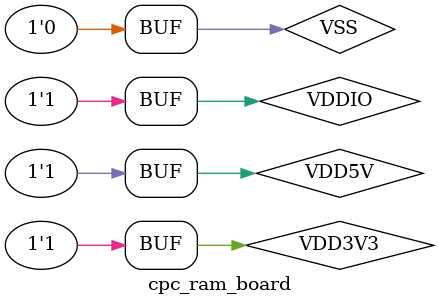
<source format=v>
module cpc_ram_board ();

  // wire declarations
  supply0 VSS;
  supply1 VDD5V;
  supply1 VDDIO;
  supply1 VDD3V3;

  wire    n1,n2,n3,n4,n5,n6,n7,n8,n9;
  wire    n10,n11,n12,n13,n14,n15,n16,n17,n18,n19;
  wire    n20,n21,n22,n23,n24,n25,n26,n27,n28,n29;
  wire    n30,n31,n32,n33,n34,n35,n36,n37,n38,n39;
  wire    n40,n41,n42,n43,n44,n45,n46,n47,n48,n49;
  wire    n50,n51,n52,n53,n54,n55,n56,n57,n58;          
  

  wire TMS;
  wire TDI;
  wire TDO;
  wire TCK;
  
  // 3 pin header with link to select 3V3 or 5V supply for IOs
  hdr1x03      L1 (
                   .p1(VDD5V),
                   .p2(VDDIO),
                   .p3(VDD3V3)
                   );

  // 3V3 Regulator, 250mA - not required if always using 5V power
  MCP1700_3302E   REG3V3 (
                            .vin(VDD5V),
                            .gnd(VSS),
                            .vout(VDD3V3)
                            );


  // Radial electolytic, one per board on the main 5V supply
  cap22uf         CAP22UF(.minus(VSS),.plus(VDD5V));

  // Two ceramic caps to be placed v. close to regulator pins
  cap1uf          reg_cap0 (.p0(VDD5V), .p1(VSS));
  cap1uf          reg_cap1 (.p0(VDD3V3), .p1(VSS));

  // Standard layout JTAG port for programming the CPLD
  hdr8way JTAG (
                .p1(VSS),  .p2(VSS),
                .p3(TMS),  .p4(TDI),
                .p5(TDO),  .p6(TCK),
                .p7(VDD5V),  .p8(),
                );

   xc95105_pl84 cpld (
          .p1(n5),
          .p2(n6),
          .p3(n7),
          .p4(n8),
          .p5(n9),
          .p6(n10),
          .p7(n11),
          .gnd1(VSS),
          .gck1(n12),
          .gck2(n13),
          .p11(n14),
          .gck3(n15),
          .p13(n16),
          .p14(n17),
          .p15(n18),
          .gnd2(VSS),
          .p17(n19),
          .p18(n20),
          .p19(),
          .p20(),
          .p21(),
          .vccio1(VDDIO),
          .p23(),
          .p24(n21),
          .p25(n22),
          .p26(n23),
          .gnd3(VSS),
          .tdi(TDI),
          .tms(TMS),
          .tck(TCK),
          .p31(n24),
          .p32(n25),
          .p33(n26),
          .p34(n27),
          .p35(n28),
          .p36(n29),
          .p37(n30),
          .vccint1(VDD5V),
          .p39(n31),
          .p40(n32),
          .p41(n33),
          .gnd4(VSS),
          .p43(n34),
          .p44(n35),
          .p45(n36),
          .p46(n37),
          .p47(n38),
          .p48(n39),
          .gnd5(VSS),
          .p50(n40),
          .p51(n41),
          .p52(n42),
          .p53(n43),
          .p54(n44),
          .p55(n45),
          .p56(n46),
          .p57(n47),
          .p58(n48),
          .tdo(TDO),
          .gnd6(VSS),
          .p61(),
          .p62(),
          .p63(),
          .vccio2(VDDIO),
          .p65(),
          .p66(),
          .p67(),
          .p68(),
          .p69(n49),
          .p70(n50),
          .p71(n51),
          .p72(n52),
          .vccint2(VDD5V),
          .gsr(n53),
          .p75(n54),
          .gts1(n55),
          .gts2(n56),
          .vccint3(VDD5V),
          .p79(n57),
          .p80(n58),
          .p81(n1),
          .p82(n2),
          .p83(n3),
          .p84(n4),
          );

  hdr1x30 leftpins (
                    .p1(n50),
                    .p2(n51),
                    .p3(n52),
                    .p4(n53),
                    .p5(n54),
                    .p6(n55),
                    .p7(n56),                    
                    .p8(n57),                    
                    .p9(n58),
                    .p10(n1),                                        
                    .p11(n2),
                    .p12(n3),
                    .p13(n4),
                    .p14(n5),
                    .p15(n6),
                    .p16(n7),
                    .p17(n8),                    
                    .p18(n9),                    
                    .p19(n10),
                    .p20(n11),                                        
                    .p21(n12),
                    .p22(n13),
                    .p23(n14),
                    .p24(n15),
                    .p25(n16),
                    .p26(n17),
                    .p27(n18),                    
                    .p28(n19),                    
                    .p29(n20),
                    .p30(VSS),                    
                    );

  hdr1x30 rightpins (
                    .p1(VDD5V),
                    .p2(n49),
                    .p3(n48),
                    .p4(n47),
                    .p5(n46),
                    .p6(n45),
                    .p7(n44),                    
                    .p8(n43),                    
                    .p9(n42),
                    .p10(n41),                                        
                    .p11(n40),
                    .p12(n39),
                    .p13(n38),
                    .p14(n37),
                    .p15(n36),
                    .p16(n35),
                    .p17(n34),                    
                    .p18(n33),                    
                    .p19(n32),
                    .p20(n31),                                        
                    .p21(n30),
                    .p22(n29),
                    .p23(n28),
                    .p24(n27),
                    .p25(n26),
                    .p26(n25),
                    .p27(n24),                    
                    .p28(n23),                    
                    .p29(n22),
                    .p30(n21),                                        
                    );
  

  
   // Decoupling caps
   cap100nf CAP100N_1 (.p0( VSS ), .p1( VDDIO ));
   cap100nf CAP100N_2 (.p0( VSS ), .p1( VDDIO ));
   cap100nf CAP100N_3 (.p0( VSS ), .p1( VDD5V ));
   cap100nf CAP100N_4 (.p0( VSS ), .p1( VDD5V ));  

endmodule

</source>
